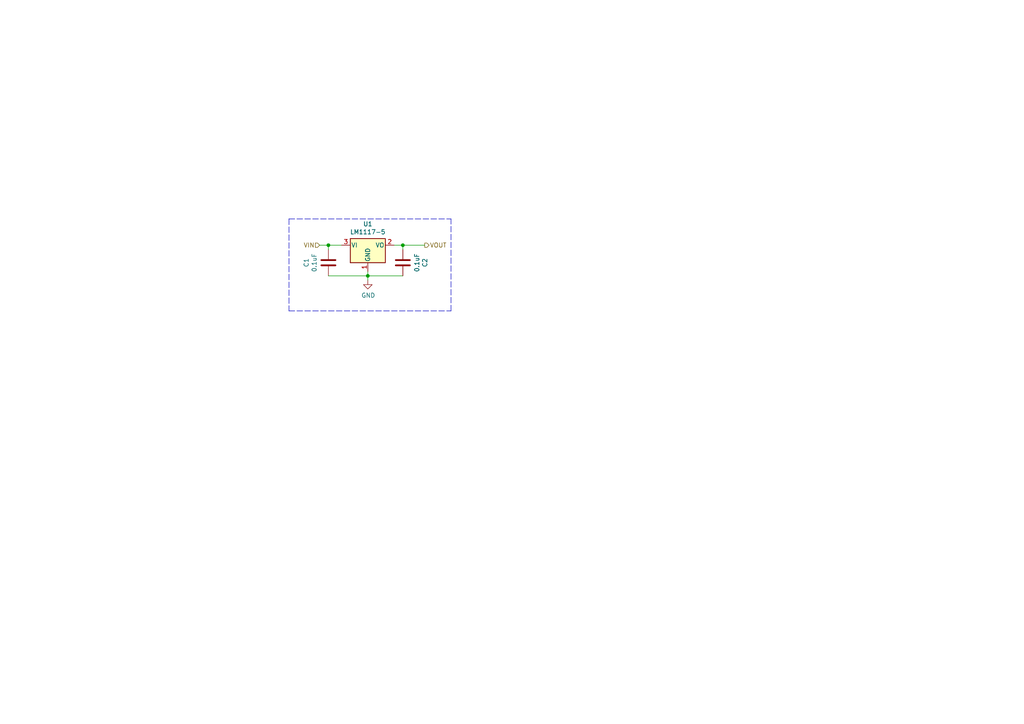
<source format=kicad_sch>
(kicad_sch (version 20211123) (generator eeschema)
  (paper "A4")
  (lib_symbols
    (symbol "Device:C" (pin_numbers hide) (pin_names (offset 0.254))
      (property "Reference" "C" (at 0.635 2.54 0))
      (property "Value" "C" (at 0.635 -2.54 0))
      (symbol "C_0_1"
        (polyline (pts (xy -2.032 -0.762) (xy 2.032 -0.762)) (stroke (width 0.508)))
        (polyline (pts (xy -2.032 0.762) (xy 2.032 0.762)) (stroke (width 0.508)))
      )
      (symbol "C_1_1"
        (pin passive line (at 0 3.81 270) (length 2.794) (name "~") (number "1"))
        (pin passive line (at 0 -3.81 90) (length 2.794) (name "~") (number "2"))
      )
    )
    (symbol "Regulator_Linear:LM1117-3.3" (pin_names (offset 0.254))
      (property "Reference" "U" (at -3.81 3.175 0))
      (property "Value" "LM1117-3.3" (at 0 3.175 0))
      (symbol "LM1117-3.3_0_1"
        (rectangle (start -5.08 -5.08) (end 5.08 1.905) (stroke (width 0.254)) (fill (type background)))
      )
      (symbol "LM1117-3.3_1_1"
        (pin power_in line (at 0 -7.62 90) (length 2.54) (name "GND") (number "1"))
        (pin power_out line (at 7.62 0 180) (length 2.54) (name "VO") (number "2"))
        (pin power_in line (at -7.62 0 0) (length 2.54) (name "VI") (number "3"))
      )
    )
    (symbol "power:GND" (power) (pin_names (offset 0))
      (property "Value" "GND" (at 0 -3.81 0))
      (symbol "GND_0_1"
        (polyline (pts (xy 0 0) (xy 0 -1.27) (xy 1.27 -1.27) (xy 0 -2.54) (xy -1.27 -1.27) (xy 0 -1.27)))
      )
      (symbol "GND_1_1"
        (pin power_in line (at 0 0 270) (length 0) hide (name "GND") (number "1"))
      )
    )
  )
  (junction (at 95.25 71.12))
  (junction (at 106.68 80.01))
  (junction (at 116.84 71.12))
  (wire (pts (xy 92.71 71.12) (xy 95.25 71.12)))
  (wire (pts (xy 95.25 80.01) (xy 106.68 80.01)))
  (polyline (pts (xy 83.82 90.17) (xy 130.81 90.17)))
  (polyline (pts (xy 83.82 63.5) (xy 130.81 63.5)))
  (wire (pts (xy 116.84 71.12) (xy 123.19 71.12)))
  (wire (pts (xy 116.84 71.12) (xy 116.84 72.39)))
  (wire (pts (xy 106.68 78.74) (xy 106.68 80.01)))
  (wire (pts (xy 95.25 72.39) (xy 95.25 71.12)))
  (polyline (pts (xy 83.82 63.5) (xy 83.82 90.17)))
  (wire (pts (xy 95.25 71.12) (xy 99.06 71.12)))
  (wire (pts (xy 114.3 71.12) (xy 116.84 71.12)))
  (polyline (pts (xy 130.81 90.17) (xy 130.81 63.5)))
  (wire (pts (xy 106.68 80.01) (xy 116.84 80.01)))
  (wire (pts (xy 106.68 80.01) (xy 106.68 81.28)))
  (hierarchical_label "VOUT" (shape output) (at 123.19 71.12 0))
  (hierarchical_label "VIN" (shape input) (at 92.71 71.12 180))
  (symbol (lib_id "Device:C") (at 95.25 76.2 0) (unit 1)
    (property "Reference" "C1" (at 88.8492 76.2 90))
    (property "Value" "0.1uF" (at 91.1606 76.2 90))
    (property "Footprint" "Capacitor_SMD:C_0805_2012Metric" (effects hide))
  )
  (symbol (lib_id "power:GND") (at 106.68 81.28 0) (unit 1)
    (property "Reference" "#PWR0124" (effects hide))
    (property "Value" "GND" (at 106.807 85.6742 0))
  )
  (symbol (lib_id "Device:C") (at 116.84 76.2 180) (unit 1)
    (property "Reference" "C2" (at 123.2408 76.2 90))
    (property "Value" "0.1uF" (at 120.9294 76.2 90))
    (property "Footprint" "Capacitor_SMD:C_0805_2012Metric" (effects hide))
  )
  (symbol (lib_id "Regulator_Linear:LM1117-3.3") (at 106.68 71.12 0) (unit 1)
    (property "Reference" "U1" (at 106.68 64.9732 0))
    (property "Value" "LM1117-5" (at 106.68 67.2846 0))
    (property "Footprint" "Package_TO_SOT_SMD:SOT-223" (effects hide))
    (property "Datasheet" "http://www.ti.com/lit/ds/symlink/lm1117.pdf" (effects hide))
  )
)
</source>
